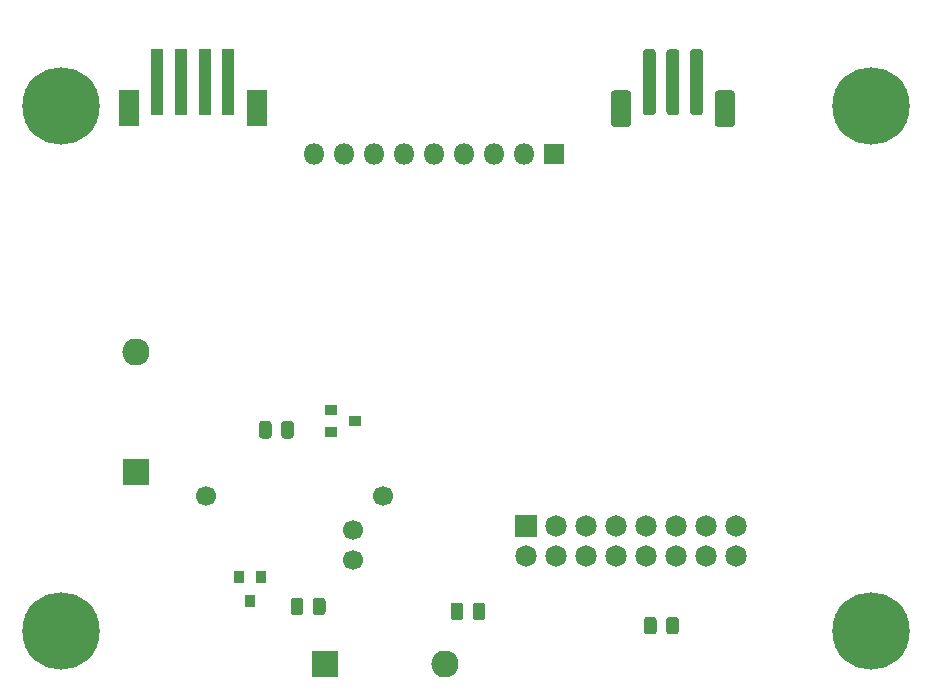
<source format=gbr>
G04 #@! TF.GenerationSoftware,KiCad,Pcbnew,(5.1.6-0-10_14)*
G04 #@! TF.CreationDate,2020-07-24T18:21:48-04:00*
G04 #@! TF.ProjectId,Pufferfish-Interface-2,50756666-6572-4666-9973-682d496e7465,rev?*
G04 #@! TF.SameCoordinates,Original*
G04 #@! TF.FileFunction,Soldermask,Bot*
G04 #@! TF.FilePolarity,Negative*
%FSLAX46Y46*%
G04 Gerber Fmt 4.6, Leading zero omitted, Abs format (unit mm)*
G04 Created by KiCad (PCBNEW (5.1.6-0-10_14)) date 2020-07-24 18:21:48*
%MOMM*%
%LPD*%
G01*
G04 APERTURE LIST*
%ADD10C,6.553200*%
%ADD11R,1.825000X1.825000*%
%ADD12C,1.825000*%
%ADD13O,1.800000X1.800000*%
%ADD14R,1.800000X1.800000*%
%ADD15C,1.700000*%
%ADD16R,1.700000X3.100000*%
%ADD17R,1.100000X5.600000*%
%ADD18R,2.300000X2.300000*%
%ADD19O,2.300000X2.300000*%
%ADD20R,0.900000X1.000000*%
%ADD21R,1.000000X0.900000*%
G04 APERTURE END LIST*
D10*
X-3810000Y-6350000D03*
X-3810000Y-50800000D03*
X64770000Y-50800000D03*
X64770000Y-6350000D03*
D11*
X35560000Y-41910000D03*
D12*
X35560000Y-44450000D03*
X38100000Y-41910000D03*
X38100000Y-44450000D03*
X40640000Y-41910000D03*
X40640000Y-44450000D03*
X43180000Y-41910000D03*
X43180000Y-44450000D03*
X45720000Y-41910000D03*
X45720000Y-44450000D03*
X48260000Y-41910000D03*
X48260000Y-44450000D03*
X50800000Y-41910000D03*
X50800000Y-44450000D03*
X53340000Y-41910000D03*
X53340000Y-44450000D03*
D13*
X17619980Y-10421620D03*
X20159980Y-10421620D03*
X22699980Y-10421620D03*
X25239980Y-10421620D03*
X27779980Y-10421620D03*
X30319980Y-10421620D03*
X32859980Y-10421620D03*
X35399980Y-10421620D03*
D14*
X37939980Y-10421620D03*
G36*
G01*
X46632940Y-49874250D02*
X46632940Y-50836750D01*
G75*
G02*
X46364190Y-51105500I-268750J0D01*
G01*
X45826690Y-51105500D01*
G75*
G02*
X45557940Y-50836750I0J268750D01*
G01*
X45557940Y-49874250D01*
G75*
G02*
X45826690Y-49605500I268750J0D01*
G01*
X46364190Y-49605500D01*
G75*
G02*
X46632940Y-49874250I0J-268750D01*
G01*
G37*
G36*
G01*
X48507940Y-49874250D02*
X48507940Y-50836750D01*
G75*
G02*
X48239190Y-51105500I-268750J0D01*
G01*
X47701690Y-51105500D01*
G75*
G02*
X47432940Y-50836750I0J268750D01*
G01*
X47432940Y-49874250D01*
G75*
G02*
X47701690Y-49605500I268750J0D01*
G01*
X48239190Y-49605500D01*
G75*
G02*
X48507940Y-49874250I0J-268750D01*
G01*
G37*
G36*
G01*
X30252720Y-48670290D02*
X30252720Y-49632790D01*
G75*
G02*
X29983970Y-49901540I-268750J0D01*
G01*
X29446470Y-49901540D01*
G75*
G02*
X29177720Y-49632790I0J268750D01*
G01*
X29177720Y-48670290D01*
G75*
G02*
X29446470Y-48401540I268750J0D01*
G01*
X29983970Y-48401540D01*
G75*
G02*
X30252720Y-48670290I0J-268750D01*
G01*
G37*
G36*
G01*
X32127720Y-48670290D02*
X32127720Y-49632790D01*
G75*
G02*
X31858970Y-49901540I-268750J0D01*
G01*
X31321470Y-49901540D01*
G75*
G02*
X31052720Y-49632790I0J268750D01*
G01*
X31052720Y-48670290D01*
G75*
G02*
X31321470Y-48401540I268750J0D01*
G01*
X31858970Y-48401540D01*
G75*
G02*
X32127720Y-48670290I0J-268750D01*
G01*
G37*
D15*
X23502000Y-39370000D03*
X8502000Y-39370000D03*
X20902000Y-42270000D03*
X20902000Y-44770000D03*
D16*
X12766000Y-6568000D03*
X1966000Y-6568000D03*
D17*
X10366000Y-4318000D03*
X4366000Y-4318000D03*
X8366000Y-4318000D03*
X6366000Y-4318000D03*
G36*
G01*
X49456000Y-6867000D02*
X49456000Y-1817000D01*
G75*
G02*
X49731000Y-1542000I275000J0D01*
G01*
X50281000Y-1542000D01*
G75*
G02*
X50556000Y-1817000I0J-275000D01*
G01*
X50556000Y-6867000D01*
G75*
G02*
X50281000Y-7142000I-275000J0D01*
G01*
X49731000Y-7142000D01*
G75*
G02*
X49456000Y-6867000I0J275000D01*
G01*
G37*
G36*
G01*
X45456000Y-6867000D02*
X45456000Y-1817000D01*
G75*
G02*
X45731000Y-1542000I275000J0D01*
G01*
X46281000Y-1542000D01*
G75*
G02*
X46556000Y-1817000I0J-275000D01*
G01*
X46556000Y-6867000D01*
G75*
G02*
X46281000Y-7142000I-275000J0D01*
G01*
X45731000Y-7142000D01*
G75*
G02*
X45456000Y-6867000I0J275000D01*
G01*
G37*
G36*
G01*
X47456000Y-6867000D02*
X47456000Y-1817000D01*
G75*
G02*
X47731000Y-1542000I275000J0D01*
G01*
X48281000Y-1542000D01*
G75*
G02*
X48556000Y-1817000I0J-275000D01*
G01*
X48556000Y-6867000D01*
G75*
G02*
X48281000Y-7142000I-275000J0D01*
G01*
X47731000Y-7142000D01*
G75*
G02*
X47456000Y-6867000I0J275000D01*
G01*
G37*
G36*
G01*
X42756000Y-7876800D02*
X42756000Y-5307200D01*
G75*
G02*
X43021200Y-5042000I265200J0D01*
G01*
X44190800Y-5042000D01*
G75*
G02*
X44456000Y-5307200I0J-265200D01*
G01*
X44456000Y-7876800D01*
G75*
G02*
X44190800Y-8142000I-265200J0D01*
G01*
X43021200Y-8142000D01*
G75*
G02*
X42756000Y-7876800I0J265200D01*
G01*
G37*
G36*
G01*
X51556000Y-7876800D02*
X51556000Y-5307200D01*
G75*
G02*
X51821200Y-5042000I265200J0D01*
G01*
X52990800Y-5042000D01*
G75*
G02*
X53256000Y-5307200I0J-265200D01*
G01*
X53256000Y-7876800D01*
G75*
G02*
X52990800Y-8142000I-265200J0D01*
G01*
X51821200Y-8142000D01*
G75*
G02*
X51556000Y-7876800I0J265200D01*
G01*
G37*
D18*
X18542000Y-53594000D03*
D19*
X28702000Y-53594000D03*
X2540000Y-27178000D03*
D18*
X2540000Y-37338000D03*
D20*
X12192000Y-48244000D03*
X13142000Y-46244000D03*
X11242000Y-46244000D03*
D21*
X19066000Y-33970000D03*
X19066000Y-32070000D03*
X21066000Y-33020000D03*
G36*
G01*
X17524680Y-49216230D02*
X17524680Y-48253730D01*
G75*
G02*
X17793430Y-47984980I268750J0D01*
G01*
X18330930Y-47984980D01*
G75*
G02*
X18599680Y-48253730I0J-268750D01*
G01*
X18599680Y-49216230D01*
G75*
G02*
X18330930Y-49484980I-268750J0D01*
G01*
X17793430Y-49484980D01*
G75*
G02*
X17524680Y-49216230I0J268750D01*
G01*
G37*
G36*
G01*
X15649680Y-49216230D02*
X15649680Y-48253730D01*
G75*
G02*
X15918430Y-47984980I268750J0D01*
G01*
X16455930Y-47984980D01*
G75*
G02*
X16724680Y-48253730I0J-268750D01*
G01*
X16724680Y-49216230D01*
G75*
G02*
X16455930Y-49484980I-268750J0D01*
G01*
X15918430Y-49484980D01*
G75*
G02*
X15649680Y-49216230I0J268750D01*
G01*
G37*
G36*
G01*
X14037600Y-33282970D02*
X14037600Y-34245470D01*
G75*
G02*
X13768850Y-34514220I-268750J0D01*
G01*
X13231350Y-34514220D01*
G75*
G02*
X12962600Y-34245470I0J268750D01*
G01*
X12962600Y-33282970D01*
G75*
G02*
X13231350Y-33014220I268750J0D01*
G01*
X13768850Y-33014220D01*
G75*
G02*
X14037600Y-33282970I0J-268750D01*
G01*
G37*
G36*
G01*
X15912600Y-33282970D02*
X15912600Y-34245470D01*
G75*
G02*
X15643850Y-34514220I-268750J0D01*
G01*
X15106350Y-34514220D01*
G75*
G02*
X14837600Y-34245470I0J268750D01*
G01*
X14837600Y-33282970D01*
G75*
G02*
X15106350Y-33014220I268750J0D01*
G01*
X15643850Y-33014220D01*
G75*
G02*
X15912600Y-33282970I0J-268750D01*
G01*
G37*
M02*

</source>
